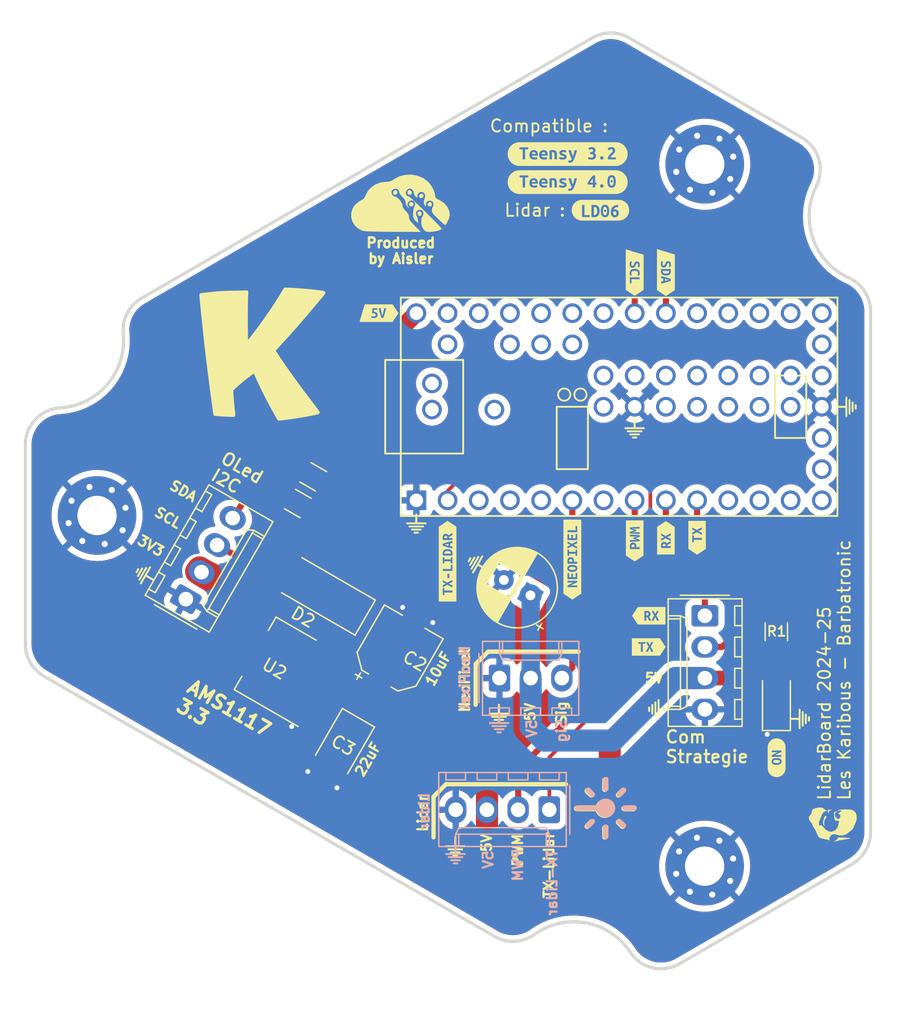
<source format=kicad_pcb>
(kicad_pcb (version 20240108) (generator "pcbnew") (generator_version "8.0")
  (layers (0 "F.Cu" signal) (31 "B.Cu" signal) (34 "B.Paste" user) (35 "F.Paste" user) (36 "B.SilkS" user "B.Silkscreen") (37 "F.SilkS" user "F.Silkscreen") (38 "B.Mask" user) (39 "F.Mask" user) (44 "Edge.Cuts" user))
  (net 0 "")
  (net 1 "+5VP")
  (net 18 "GND")
  (net 24 "Net-(D1-Pad2)")
  (net 25 "TX")
  (net 26 "RX")
  (net 27 "LIDAR_PWM")
  (net 29 "TX-Lidar")
  (net 34 "Neo_Pixel")
  (net 37 "SCL")
  (net 49 "SDA")
  (net 51 "+3V3")
  (footprint "LOGO" (layer "F.Cu") (at 157.48 80.518)
    (property "Reference" "G***" (hide yes))
    (property "Value" "LOGO" (hide yes))
  )
  (footprint "teensy:Teensy30_31_32_All_Pins" (layer "F.Cu") (at 156.21 78.74)
    (property "Reference" "U1" (hide yes))
    (property "Value" "Teensy3.2")
  )
  (footprint "LOGO" (layer "F.Cu") (at 117.602 92.456 -120)
    (property "Reference" "G***" (hide yes))
    (property "Value" "LOGO" (hide yes))
  )
  (footprint "kibuzzard-62EFF766" (layer "F.Cu") (at 158.623 95.758)
    (property "Reference" "kibuzzard-62EFF766" (hide yes))
    (property "Value" "G***" (hide yes))
  )
  (footprint "kibuzzard-62EFF774" (layer "F.Cu") (at 158.623 98.298)
    (property "Reference" "kibuzzard-62EFF774" (hide yes))
    (property "Value" "G***" (hide yes))
  )
  (footprint "LOGO" (layer "F.Cu") (at 146.431 103.759)
    (property "Reference" "G***" (hide yes))
    (property "Value" "LOGO" (hide yes))
  )
  (footprint "kibuzzard-62EFEF6E" (layer "F.Cu") (at 152.019 60.452)
    (property "Reference" "kibuzzard-62EFEF6E" (hide yes))
    (property "Value" "G***" (hide yes))
  )
  (footprint "Resistor_SMD:R_1206_3216Metric_Pad1.30x1.75mm_HandSolder" (layer "F.Cu") (at 169.014557 97.064693 -90)
    (property "Reference" "R1")
    (property "Value" "R_Small")
  )
  (footprint "Connector_Molex:Molex_KK-254_AE-6410-04A_1x04_P2.54mm_Vertical" (layer "F.Cu") (at 163.195 95.758 -90)
    (property "Reference" "J1" (hide yes))
    (property "Value" "Serial_Strategy")
  )
  (footprint "Capacitor_THT:CP_Radial_D6.3mm_P2.50mm" (layer "F.Cu") (at 148.990838 94.094307 150)
    (property "Reference" "C1" (hide yes))
    (property "Value" "C_Polarized_Small")
  )
  (footprint "Capacitor_SMD:CP_Elec_5x5.4" (layer "F.Cu") (at 138.108756 98.642625 60)
    (property "Reference" "C2")
    (property "Value" "10uF")
  )
  (footprint "MountingHole:MountingHole_3.2mm_M3_Pad_Via" (layer "F.Cu") (at 113.691516 87.591497 60)
    (property "Reference" "H2" (hide yes))
    (property "Value" "MountingHole_Pad")
  )
  (footprint "kibuzzard-62EFF3FC" (layer "F.Cu") (at 160.02 67.818 -90)
    (property "Reference" "kibuzzard-62EFF3FC" (hide yes))
    (property "Value" "G***" (hide yes))
  )
  (footprint "kibuzzard-62EFF40D" (layer "F.Cu") (at 157.48 67.818 -90)
    (property "Reference" "kibuzzard-62EFF40D" (hide yes))
    (property "Value" "G***" (hide yes))
  )
  (footprint "LOGO" (layer "F.Cu") (at 159.258 108.966)
    (property "Reference" "G***" (hide yes))
    (property "Value" "LOGO" (hide yes))
  )
  (footprint "MountingHole:MountingHole_3.2mm_M3_Pad_Via" (layer "F.Cu") (at 163.175198 116.144341 60)
    (property "Reference" "H3" (hide yes))
    (property "Value" "MountingHole_Pad")
  )
  (footprint "LOGO" (layer "F.Cu") (at 139.7 88.265)
    (property "Reference" "G***" (hide yes))
    (property "Value" "LOGO" (hide yes))
  )
  (footprint "kibuzzard-62EFF5AD" (layer "F.Cu") (at 152.4 91.186 90)
    (property "Reference" "kibuzzard-62EFF5AD" (hide yes))
    (property "Value" "G***" (hide yes))
  )
  (footprint "LED_SMD:LED_1206_3216Metric_Pad1.42x1.75mm_HandSolder" (layer "F.Cu") (at 169.021231 102.641132 90)
    (property "Reference" "D1" (hide yes))
    (property "Value" "LED_Small")
  )
  (footprint "LOGO" (layer "F.Cu") (at 142.875 114.554)
    (property "Reference" "G***" (hide yes))
    (property "Value" "LOGO" (hide yes))
  )
  (footprint "LOGO" (layer "F.Cu") (at 138.43 62.23)
    (property "Reference" "G***" (hide yes))
    (property "Value" "LOGO" (hide yes))
  )
  (footprint "MountingHole:MountingHole_3.2mm_M3_Pad_Via" (layer "F.Cu") (at 163.185193 58.996642 60)
    (property "Reference" "H1" (hide yes))
    (property "Value" "MountingHole_Pad")
  )
  (footprint "kibuzzard-62EFF5A1" (layer "F.Cu") (at 142.24 91.313 90)
    (property "Reference" "kibuzzard-62EFF5A1" (hide yes))
    (property "Value" "G***" (hide yes))
  )
  (footprint "LOGO" (layer "F.Cu") (at 144.653 91.567 -120)
    (property "Reference" "G***" (hide yes))
    (property "Value" "LOGO" (hide yes))
  )
  (footprint "kibuzzard-62EFF433" (layer "F.Cu") (at 136.652 71.12)
    (property "Reference" "kibuzzard-62EFF433" (hide yes))
    (property "Value" "G***" (hide yes))
  )
  (footprint "LOGO" (layer "F.Cu") (at 159.385 103.378 -90)
    (property "Reference" "G***" (hide yes))
    (property "Value" "LOGO" (hide yes))
  )
  (footprint "Capacitor_Tantalum_SMD:CP_EIA-3528-12_Kemet-T_Pad1.50x2.35mm_HandSolder" (layer "F.Cu") (at 133.663756 106.341591 -120)
    (property "Reference" "C3")
    (property "Value" "22uF")
  )
  (footprint "LOGO" (layer "F.Cu") (at 173.609 112.776 90)
    (property "Reference" "G***" (hide yes))
    (property "Value" "LOGO" (hide yes))
  )
  (footprint "kibuzzard-62EFF6BC" (layer "F.Cu") (at 162.56 89.408 90)
    (property "Reference" "kibuzzard-62EFF6BC" (hide yes))
    (property "Value" "G***" (hide yes))
  )
  (footprint "Package_TO_SOT_SMD:SOT-223-3_TabPin2" (layer "F.Cu") (at 128.220554 99.769495 150)
    (property "Reference" "U2")
    (property "Value" "AMS1117-3.3")
  )
  (footprint "kibuzzard-62EFF540" (layer "F.Cu") (at 169.037 107.315 90)
    (property "Reference" "kibuzzard-62EFF540" (hide yes))
    (property "Value" "G***" (hide yes))
  )
  (footprint "kibuzzard-62EFEFDE" (layer "F.Cu") (at 154.686 62.738)
    (property "Reference" "kibuzzard-62EFEFDE" (hide yes))
    (property "Value" "G***" (hide yes))
  )
  (footprint "kibuzzard-62EFF59A" (layer "F.Cu") (at 157.48 89.662 90)
    (property "Reference" "kibuzzard-62EFF59A" (hide yes))
    (property "Value" "G***" (hide yes))
  )
  (footprint "Diode_SMD:D_SMA_Handsoldering" (layer "F.Cu") (at 131.720554 93.707318 150)
    (property "Reference" "D2")
    (property "Value" "D_Small")
  )
  (footprint "kibuzzard-62EFEF5E" (layer "F.Cu") (at 152.019 58.166)
    (property "Reference" "kibuzzard-62EFEF5E" (hide yes))
    (property "Value" "G***" (hide yes))
  )
  (footprint "Connector_Molex:Molex_KK-254_AE-6410-04A_1x04_P2.54mm_Vertical" (layer "F.Cu") (at 120.926325 94.40347 60)
    (property "Reference" "J4" (hide yes))
    (property "Value" "Oled")
  )
  (footprint "Resistor_SMD:R_1206_3216Metric_Pad1.30x1.75mm_HandSolder" (layer "F.Cu") (at 131.295426 84.443659 150)
    (property "Reference" "R2" (hide yes))
    (property "Value" "R_Small")
  )
  (footprint "kibuzzard-62EFF6AD" (layer "F.Cu") (at 160.02 89.408 90)
    (property "Reference" "kibuzzard-62EFF6AD" (hide yes))
    (property "Value" "G***" (hide yes))
  )
  (footprint "LOGO" (layer "F.Cu") (at 174.752 78.74 90)
    (property "Reference" "G***" (hide yes))
    (property "Value" "LOGO" (hide yes))
  )
  (footprint "LOGO" (layer "F.Cu") (at 170.942 104.14 90)
    (property "Reference" "G***" (hide yes))
    (property "Value" "LOGO" (hide yes))
  )
  (footprint "Resistor_SMD:R_1206_3216Metric_Pad1.30x1.75mm_HandSolder" (layer "F.Cu") (at 130.040426 86.617383 150)
    (property "Reference" "R3" (hide yes))
    (property "Value" "R_Small")
  )
  (footprint "LOGO" (layer "B.Cu") (at 142.875 115.189 180)
    (property "Reference" "G***" (hide yes))
    (property "Value" "LOGO" (hide yes))
  )
  (footprint "LOGO" (layer "B.Cu") (at 146.431 104.521 180)
    (property "Reference" "G***" (hide yes))
    (property "Value" "LOGO" (hide yes))
  )
  (footprint "Connector_Molex:Molex_KK-254_AE-6410-03A_1x03_P2.54mm_Vertical" (layer "B.Cu") (at 146.465336 100.828437)
    (property "Reference" "J3" (hide yes))
    (property "Value" "Conn_01x03")
  )
  (footprint "LOGO" (layer "B.Cu") (at 159.325082 113.889363)
    (property "Reference" "G***" (hide yes))
    (property "Value" "LOGO" (hide yes))
  )
  (footprint "Connector_Molex:Molex_KK-254_AE-6410-04A_1x04_P2.54mm_Vertical" (layer "B.Cu") (at 150.522577 111.550575 180)
    (property "Reference" "J2" (hide yes))
    (property "Value" "Serial_Lidar")
  )
  (gr_poly (pts (xy 128.233299 79.27552) (xy 128.029428 78.912106) (xy 127.825019 78.536845) (xy 127.622746 78.155003) (xy 127.425287 77.771845) (xy 127.235316 77.392637) (xy 127.055512 77.022646) (xy 126.888548 76.667136) (xy 126.737102 76.331374) (xy 126.519354 75.837104) (xy 126.280355 76.003658) (xy 126.11435 76.122077) (xy 125.942976 76.249601) (xy 125.767539 76.385167) (xy 125.589345 76.527714) (xy 125.4097 76.676179) (xy 125.229911 76.8295) (xy 125.051284 76.986614) (xy 124.875124 77.14646) (xy 124.655592 77.34884) (xy 124.66133 77.575788) (xy 124.666967 77.708307) (xy 124.677732 77.881806) (xy 124.71056 78.30395) (xy 124.751645 78.746636) (xy 124.772732 78.945812) (xy 124.792819 79.114278) (xy 124.800257 79.175803) (xy 124.806297 79.233756) (xy 124.81087 79.286829) (xy 124.813908 79.333715) (xy 124.815344 79.373104) (xy 124.81511 79.403689) (xy 124.814346 79.415272) (xy 124.813138 79.424163) (xy 124.81148 79.430198) (xy 124.809361 79.433216) (xy 124.792188 79.435525) (xy 124.752739 79.436262) (xy 124.618377 79.433604) (xy 124.207328 79.415852) (xy 123.758012 79.389317) (xy 123.575816 79.37568) (xy 123.452229 79.363357) (xy 123.291025 79.342393) (xy 123.149734 78.320888) (xy 122.995061 77.170224) (xy 122.83487 75.921161) (xy 122.682 74.676) (xy 122.549292 73.537042) (xy 122.298899 71.150847) (xy 122.193824 70.080052) (xy 122.156156 69.627718) (xy 122.193752 69.620433) (xy 122.290225 69.607122) (xy 122.61091 69.56812) (xy 123.020423 69.522096) (xy 123.420975 69.48044) (xy 123.533608 69.471032) (xy 123.678203 69.461562) (xy 124.039316 69.443463) (xy 124.456391 69.428198) (xy 124.881503 69.417822) (xy 125.883096 69.400253) (xy 125.858595 69.826367) (xy 125.8427 70.593555) (xy 125.840061 71.777756) (xy 125.849312 72.901858) (xy 125.857969 73.292273) (xy 125.869086 73.488747) (xy 125.893312 73.645693) (xy 126.325536 73.089026) (xy 126.684128 72.619926) (xy 127.037778 72.142965) (xy 127.383713 71.662177) (xy 127.719163 71.181596) (xy 128.041353 70.705255) (xy 128.347513 70.237188) (xy 128.63487 69.78143) (xy 128.900652 69.342013) (xy 129.00127 69.171762) (xy 129.179913 69.171762) (xy 129.482632 69.181162) (xy 129.896066 69.206494) (xy 130.872794 69.287747) (xy 131.344949 69.335062) (xy 131.745537 69.381101) (xy 132.028991 69.421561) (xy 132.112551 69.438354) (xy 132.149738 69.45214) (xy 132.152843 69.455132) (xy 132.153518 69.455865) (xy 132.154126 69.456624) (xy 132.154656 69.457427) (xy 132.155094 69.458288) (xy 132.155427 69.459225) (xy 132.155643 69.460253) (xy 132.155729 69.46139) (xy 132.155672 69.462651) (xy 132.155459 69.464052) (xy 132.155078 69.465611) (xy 132.154515 69.467343) (xy 132.153759 69.469265) (xy 132.152795 69.471392) (xy 132.151612 69.473742) (xy 132.150197 69.476331) (xy 132.148536 69.479175) (xy 132.146618 69.482289) (xy 132.144428 69.485692) (xy 132.139186 69.493425) (xy 132.132708 69.502503) (xy 132.12489 69.513059) (xy 132.115632 69.525222) (xy 132.10483 69.539122) (xy 132.092382 69.55489) (xy 132.078187 69.572658) (xy 132.062141 69.592554) (xy 132.044143 69.614711) (xy 132.02409 69.639258) (xy 132.001879 69.666325) (xy 131.950578 69.728546) (xy 131.889422 69.802416) (xy 131.81759 69.88898) (xy 131.638632 70.10437) (xy 130.798909 71.102866) (xy 129.990133 72.040862) (xy 129.233622 72.89396) (xy 128.550698 73.637768) (xy 128.447449 73.748839) (xy 128.355065 73.850314) (xy 128.27463 73.940903) (xy 128.207228 74.019322) (xy 128.153942 74.084281) (xy 128.115856 74.134494) (xy 128.102852 74.153668) (xy 128.094053 74.168673) (xy 128.089597 74.179347) (xy 128.089039 74.18301) (xy 128.089618 74.185531) (xy 128.156574 74.29113) (xy 128.27394 74.469022) (xy 128.607893 74.965062) (xy 128.987474 75.520402) (xy 129.308678 75.981792) (xy 129.742204 76.582149) (xy 130.294097 77.330467) (xy 130.867553 78.096479) (xy 131.365767 78.749921) (xy 131.434303 78.839484) (xy 131.497411 78.923822) (xy 131.55377 79.001035) (xy 131.602057 79.06922) (xy 131.640952 79.126474) (xy 131.669131 79.170897) (xy 131.67879 79.187702) (xy 131.685274 79.200585) (xy 131.688418 79.20931) (xy 131.688686 79.212038) (xy 131.688058 79.213638) (xy 131.672849 79.220307) (xy 131.638772 79.23027) (xy 131.521096 79.258665) (xy 131.349188 79.295986) (xy 131.13721 79.339399) (xy 130.649681 79.433157) (xy 130.40245 79.477831) (xy 130.171787 79.517255) (xy 129.852103 79.566953) (xy 129.481581 79.619314) (xy 129.071248 79.672842) (xy 128.632129 79.726041) (xy 128.498889 79.741603) (xy 128.233299 79.27552)) (stroke (width 0.264582)) (fill solid) (layer "F.SilkS"))
  (gr_line (start 145.542 98.679) (end 152.908 98.679) (stroke (width 0.35)) (layer "F.SilkS"))
  (gr_line (start 141.097 110.49) (end 142.113 109.474) (stroke (width 0.35)) (layer "F.SilkS"))
  (gr_line (start 142.113 109.474) (end 151.892 109.474) (stroke (width 0.35)) (layer "F.SilkS"))
  (gr_line (start 144.526 99.695) (end 145.542 98.679) (stroke (width 0.35)) (layer "F.SilkS"))
  (gr_line (start 144.526 102.997) (end 144.526 99.695) (stroke (width 0.35)) (layer "F.SilkS"))
  (gr_line (start 141.097 113.792) (end 141.097 110.49) (stroke (width 0.35)) (layer "F.SilkS"))
  (gr_line (start 149.786157 121.40039) (end 149.548089 121.545248) (stroke (width 0.249999)) (layer "Edge.Cuts"))
  (gr_line (start 109.961308 78.962527) (end 110.09913 78.923368) (stroke (width 0.249999)) (layer "Edge.Cuts"))
  (gr_line (start 147.503148 122.265351) (end 147.397037 122.261246) (stroke (width 0.249999)) (layer "Edge.Cuts"))
  (gr_line (start 171.955102 57.57742) (end 172.038888 57.690182) (stroke (width 0.249999)) (layer "Edge.Cuts"))
  (gr_line (start 157.202386 123.266341) (end 157.291782 123.382628) (stroke (width 0.249999)) (layer "Edge.Cuts"))
  (gr_line (start 154.566828 48.460537) (end 154.660382 48.430707) (stroke (width 0.249999)) (layer "Edge.Cuts"))
  (gr_line (start 107.908485 81.246922) (end 107.939468 81.107034) (stroke (width 0.249999)) (layer "Edge.Cuts"))
  (gr_line (start 172.585057 59.245503) (end 172.590229 59.385055) (stroke (width 0.249999)) (layer "Edge.Cuts"))
  (gr_line (start 172.390981 60.499174) (end 172.334974 60.634736) (stroke (width 0.249999)) (layer "Edge.Cuts"))
  (gr_line (start 157.804757 123.881262) (end 157.918932 123.964047) (stroke (width 0.249999)) (layer "Edge.Cuts"))
  (gr_line (start 176.688482 70.979661) (end 176.688464 113.373895) (stroke (width 0.249999)) (layer "Edge.Cuts"))
  (gr_line (start 159.621166 124.494801) (end 159.76078 124.491757) (stroke (width 0.249999)) (layer "Edge.Cuts"))
  (gr_line (start 176.378163 114.702636) (end 176.286539 114.873894) (stroke (width 0.249999)) (layer "Edge.Cuts"))
  (gr_line (start 172.371887 58.300839) (end 172.420822 58.430747) (stroke (width 0.249999)) (layer "Edge.Cuts"))
  (gr_line (start 113.281752 77.997395) (end 113.511247 77.844813) (stroke (width 0.249999)) (layer "Edge.Cuts"))
  (gr_line (start 157.587293 123.698586) (end 157.694134 123.792757) (stroke (width 0.249999)) (layer "Edge.Cuts"))
  (gr_line (start 154.024835 48.705457) (end 154.112472 48.656787) (stroke (width 0.249999)) (layer "Edge.Cuts"))
  (gr_line (start 115.676341 74.722186) (end 115.738712 74.454082) (stroke (width 0.249999)) (layer "Edge.Cuts"))
  (gr_line (start 151.057543 120.869402) (end 150.794173 120.949444) (stroke (width 0.249999)) (layer "Edge.Cuts"))
  (gr_line (start 155.718972 48.309821) (end 155.815839 48.317671) (stroke (width 0.249999)) (layer "Edge.Cuts"))
  (gr_line (start 151.32443 120.802669) (end 151.057543 120.869402) (stroke (width 0.249999)) (layer "Edge.Cuts"))
  (gr_line (start 154.754644 48.404017) (end 154.849538 48.380468) (stroke (width 0.249999)) (layer "Edge.Cuts"))
  (gr_line (start 160.317748 124.413625) (end 160.455463 124.37733) (stroke (width 0.249999)) (layer "Edge.Cuts"))
  (gr_line (start 114.712415 76.6949) (end 114.87664 76.469735) (stroke (width 0.249999)) (layer "Edge.Cuts"))
  (gr_line (start 148.344119 122.16357) (end 148.240732 122.189333) (stroke (width 0.249999)) (layer "Edge.Cuts"))
  (gr_line (start 172.105152 65.333613) (end 172.218033 65.588421) (stroke (width 0.249999)) (layer "Edge.Cuts"))
  (gr_line (start 148.446699 122.134097) (end 148.344119 122.16357) (stroke (width 0.249999)) (layer "Edge.Cuts"))
  (gr_line (start 109.318232 79.249088) (end 109.440165 79.18025) (stroke (width 0.249999)) (layer "Edge.Cuts"))
  (gr_line (start 176.495583 69.921007) (end 176.563831 70.123443) (stroke (width 0.249999)) (layer "Edge.Cuts"))
  (gr_line (start 109.826337 79.007967) (end 109.961308 78.962527) (stroke (width 0.249999)) (layer "Edge.Cuts"))
  (gr_line (start 148.943903 121.931255) (end 148.846901 121.979202) (stroke (width 0.249999)) (layer "Edge.Cuts"))
  (gr_line (start 156.575627 48.493516) (end 156.667524 48.529627) (stroke (width 0.249999)) (layer "Edge.Cuts"))
  (gr_line (start 156.21606 122.092754) (end 156.007179 121.912978) (stroke (width 0.249999)) (layer "Edge.Cuts"))
  (gr_line (start 158.157011 124.112236) (end 158.280451 124.177531) (stroke (width 0.249999)) (layer "Edge.Cuts"))
  (gr_line (start 155.524845 48.30354) (end 155.621948 48.30511) (stroke (width 0.249999)) (layer "Edge.Cuts"))
  (gr_line (start 154.944986 48.360058) (end 155.040906 48.342788) (stroke (width 0.249999)) (layer "Edge.Cuts"))
  (gr_line (start 155.040906 48.342788) (end 155.137221 48.328658) (stroke (width 0.249999)) (layer "Edge.Cuts"))
  (gr_line (start 154.591213 121.073008) (end 154.332202 120.975509) (stroke (width 0.249999)) (layer "Edge.Cuts"))
  (gr_line (start 173.140365 66.957) (end 173.3316 67.154765) (stroke (width 0.249999)) (layer "Edge.Cuts"))
  (gr_line (start 110.954675 78.809432) (end 111.23084 78.771906) (stroke (width 0.249999)) (layer "Edge.Cuts"))
  (gr_line (start 172.004889 65.072207) (end 172.105152 65.333613) (stroke (width 0.249999)) (layer "Edge.Cuts"))
  (gr_line (start 113.7332 77.68062) (end 113.947139 77.505052) (stroke (width 0.249999)) (layer "Edge.Cuts"))
  (gr_line (start 115.295603 75.753492) (end 115.410162 75.502838) (stroke (width 0.249999)) (layer "Edge.Cuts"))
  (gr_line (start 156.007179 121.912978) (end 155.789821 121.744085) (stroke (width 0.249999)) (layer "Edge.Cuts"))
  (gr_line (start 150.794173 120.949444) (end 150.534836 121.042678) (stroke (width 0.249999)) (layer "Edge.Cuts"))
  (gr_line (start 176.286539 114.873894) (end 176.184037 115.038872) (stroke (width 0.249999)) (layer "Edge.Cuts"))
  (gr_line (start 112.552731 78.38313) (end 112.802023 78.266789) (stroke (width 0.249999)) (layer "Edge.Cuts"))
  (gr_line (start 147.079868 122.226369) (end 146.974879 122.207205) (stroke (width 0.249999)) (layer "Edge.Cuts"))
  (gr_line (start 148.846901 121.979202) (end 148.748576 122.023466) (stroke (width 0.249999)) (layer "Edge.Cuts"))
  (gr_line (start 146.870427 122.184265) (end 146.766615 122.157541) (stroke (width 0.249999)) (layer "Edge.Cuts"))
  (gr_line (start 108.975086 79.487412) (end 109.08553 79.402842) (stroke (width 0.249999)) (layer "Edge.Cuts"))
  (gr_line (start 160.455463 124.37733) (end 160.592104 124.334219) (stroke (width 0.249999)) (layer "Edge.Cuts"))
  (gr_line (start 175.519412 115.750434) (end 175.358274 115.866255) (stroke (width 0.249999)) (layer "Edge.Cuts"))
  (gr_line (start 172.256146 58.048118) (end 172.316972 58.17322) (stroke (width 0.249999)) (layer "Edge.Cuts"))
  (gr_line (start 172.531073 58.831924) (end 172.555412 58.96871) (stroke (width 0.249999)) (layer "Edge.Cuts"))
  (gr_line (start 148.649032 122.064039) (end 148.548371 122.100918) (stroke (width 0.249999)) (layer "Edge.Cuts"))
  (gr_line (start 152.970845 120.688175) (end 152.693645 120.672646) (stroke (width 0.249999)) (layer "Edge.Cuts"))
  (gr_line (start 158.036425 124.041056) (end 158.157011 124.112236) (stroke (width 0.249999)) (layer "Edge.Cuts"))
  (gr_line (start 176.617696 70.331223) (end 176.656724 70.543649) (stroke (width 0.249999)) (layer "Edge.Cuts"))
  (gr_line (start 114.87664 76.469735) (end 115.028685 76.237443) (stroke (width 0.249999)) (layer "Edge.Cuts"))
  (gr_line (start 175.652744 68.712001) (end 175.809124 68.857555) (stroke (width 0.249999)) (layer "Edge.Cuts"))
  (gr_line (start 108.081994 99.220702) (end 108.01307 99.038523) (stroke (width 0.249999)) (layer "Edge.Cuts"))
  (gr_line (start 115.813592 72.360765) (end 115.831387 72.145511) (stroke (width 0.249999)) (layer "Edge.Cuts"))
  (gr_line (start 157.385886 123.493468) (end 157.484467 123.598805) (stroke (width 0.249999)) (layer "Edge.Cuts"))
  (gr_line (start 155.427741 48.30511) (end 155.524845 48.30354) (stroke (width 0.249999)) (layer "Edge.Cuts"))
  (gr_line (start 171.699031 62.893245) (end 171.688869 63.168158) (stroke (width 0.249999)) (layer "Edge.Cuts"))
  (gr_line (start 154.844379 121.183134) (end 154.591213 121.073008) (stroke (width 0.249999)) (layer "Edge.Cuts"))
  (gr_line (start 115.845814 73.077005) (end 115.825182 72.797797) (stroke (width 0.249999)) (layer "Edge.Cuts"))
  (gr_line (start 175.809124 68.857555) (end 175.95426 69.013322) (stroke (width 0.249999)) (layer "Edge.Cuts"))
  (gr_line (start 157.024855 48.705468) (end 171.090043 56.826009) (stroke (width 0.249999)) (layer "Edge.Cuts"))
  (gr_line (start 115.825183 72.797798) (end 115.811399 72.57844) (stroke (width 0.249999)) (layer "Edge.Cuts"))
  (gr_line (start 172.271827 60.768716) (end 172.152747 61.022107) (stroke (width 0.249999)) (layer "Edge.Cuts"))
  (gr_line (start 150.534836 121.042678) (end 150.280044 121.14899) (stroke (width 0.249999)) (layer "Edge.Cuts"))
  (gr_line (start 176.68047 70.760026) (end 176.688482 70.979661) (stroke (width 0.249999)) (layer "Edge.Cuts"))
  (gr_line (start 147.185295 122.241759) (end 147.079868 122.226369) (stroke (width 0.249999)) (layer "Edge.Cuts"))
  (gr_line (start 172.004889 65.072207) (end 172.004889 65.072207) (stroke (width 0.249999)) (layer "Edge.Cuts"))
  (gr_line (start 171.955122 61.541952) (end 171.876643 61.807356) (stroke (width 0.249999)) (layer "Edge.Cuts"))
  (gr_line (start 108.254053 99.568954) (end 108.162428 99.397694) (stroke (width 0.249999)) (layer "Edge.Cuts"))
  (gr_line (start 155.137221 48.328658) (end 155.23385 48.31767) (stroke (width 0.249999)) (layer "Edge.Cuts"))
  (gr_line (start 107.91101 98.660789) (end 107.878503 98.466328) (stroke (width 0.249999)) (layer "Edge.Cuts"))
  (gr_line (start 147.397037 122.261246) (end 147.291052 122.253384) (stroke (width 0.249999)) (layer "Edge.Cuts"))
  (gr_line (start 171.876643 61.807356) (end 171.811761 62.075713) (stroke (width 0.249999)) (layer "Edge.Cuts"))
  (gr_line (start 112.29778 78.486923) (end 112.552731 78.38313) (stroke (width 0.249999)) (layer "Edge.Cuts"))
  (gr_line (start 171.918035 64.806059) (end 172.004889 65.072207) (stroke (width 0.249999)) (layer "Edge.Cuts"))
  (gr_line (start 172.420822 58.430747) (end 172.463711 58.562715) (stroke (width 0.249999)) (layer "Edge.Cuts"))
  (gr_line (start 176.317722 69.534946) (end 176.413396 69.72461) (stroke (width 0.249999)) (layer "Edge.Cuts"))
  (gr_line (start 116.631203 70.438647) (end 116.784213 70.288104) (stroke (width 0.249999)) (layer "Edge.Cuts"))
  (gr_line (start 147.291052 122.253384) (end 147.185295 122.241759) (stroke (width 0.249999)) (layer "Edge.Cuts"))
  (gr_line (start 171.786164 64.2658) (end 171.845137 64.537082) (stroke (width 0.249999)) (layer "Edge.Cuts"))
  (gr_line (start 146.766615 122.157541) (end 146.663548 122.127031) (stroke (width 0.249999)) (layer "Edge.Cuts"))
  (gr_line (start 176.629577 113.965733) (end 176.584618 114.156646) (stroke (width 0.249999)) (layer "Edge.Cuts"))
  (gr_line (start 115.811399 72.57844) (end 115.813592 72.360765) (stroke (width 0.249999)) (layer "Edge.Cuts"))
  (gr_line (start 156.958022 122.914847) (end 156.787443 122.694457) (stroke (width 0.249999)) (layer "Edge.Cuts"))
  (gr_line (start 172.480229 66.076693) (end 172.628829 66.30938) (stroke (width 0.249999)) (layer "Edge.Cuts"))
  (gr_line (start 172.628829 66.30938) (end 172.788623 66.533919) (stroke (width 0.249999)) (layer "Edge.Cuts"))
  (gr_line (start 172.573428 59.106645) (end 172.585057 59.245503) (stroke (width 0.249999)) (layer "Edge.Cuts"))
  (gr_line (start 115.844554 73.633137) (end 115.852219 73.355619) (stroke (width 0.249999)) (layer "Edge.Cuts"))
  (gr_line (start 150.030314 121.268266) (end 149.786157 121.40039) (stroke (width 0.249999)) (layer "Edge.Cuts"))
  (gr_line (start 147.821195 122.255178) (end 147.71533 122.262312) (stroke (width 0.249999)) (layer "Edge.Cuts"))
  (gr_line (start 172.544988 59.945661) (end 172.516854 60.085274) (stroke (width 0.249999)) (layer "Edge.Cuts"))
  (gr_line (start 153.247962 120.717815) (end 152.970845 120.688175) (stroke (width 0.249999)) (layer "Edge.Cuts"))
  (gr_line (start 154.067785 120.890928) (end 153.7984 120.819555) (stroke (width 0.249999)) (layer "Edge.Cuts"))
  (gr_line (start 116.244606 70.946045) (end 116.361021 70.768355) (stroke (width 0.249999)) (layer "Edge.Cuts"))
  (gr_line (start 171.845137 64.537082) (end 171.918035 64.806059) (stroke (width 0.249999)) (layer "Edge.Cuts"))
  (gr_line (start 114.152594 77.318342) (end 114.349094 77.120726) (stroke (width 0.249999)) (layer "Edge.Cuts"))
  (gr_line (start 172.580931 59.665335) (end 172.566325 59.805606) (stroke (width 0.249999)) (layer "Edge.Cuts"))
  (gr_line (start 171.76051 62.346497) (end 171.722923 62.619183) (stroke (width 0.249999)) (layer "Edge.Cuts"))
  (gr_line (start 158.932432 124.413824) (end 159.068163 124.442664) (stroke (width 0.249999)) (layer "Edge.Cuts"))
  (gr_line (start 174.923774 68.245837) (end 175.120637 68.343578) (stroke (width 0.249999)) (layer "Edge.Cuts"))
  (gr_line (start 175.947665 115.347802) (end 175.814424 115.490661) (stroke (width 0.249999)) (layer "Edge.Cuts"))
  (gr_line (start 115.410162 75.502838) (end 115.511908 75.247067) (stroke (width 0.249999)) (layer "Edge.Cuts"))
  (gr_line (start 155.564423 121.586362) (end 155.331423 121.440101) (stroke (width 0.249999)) (layer "Edge.Cuts"))
  (gr_line (start 109.565603 79.117003) (end 109.694381 79.059517) (stroke (width 0.249999)) (layer "Edge.Cuts"))
  (gr_line (start 171.865747 57.468313) (end 171.955102 57.57742) (stroke (width 0.249999)) (layer "Edge.Cuts"))
  (gr_line (start 171.722923 62.619183) (end 171.699031 62.893245) (stroke (width 0.249999)) (layer "Edge.Cuts"))
  (gr_line (start 160.040023 124.465992) (end 160.179191 124.443161) (stroke (width 0.249999)) (layer "Edge.Cuts"))
  (gr_line (start 172.959254 66.749921) (end 173.140365 66.957) (stroke (width 0.249999)) (layer "Edge.Cuts"))
  (gr_line (start 172.516854 60.085274) (end 172.481854 60.224216) (stroke (width 0.249999)) (layer "Edge.Cuts"))
  (gr_line (start 107.855806 81.679722) (end 107.866493 81.53344) (stroke (width 0.249999)) (layer "Edge.Cuts"))
  (gr_line (start 154.291217 48.568866) (end 154.382166 48.529617) (stroke (width 0.249999)) (layer "Edge.Cuts"))
  (gr_line (start 108.32749 80.20687) (end 108.405415 80.091642) (stroke (width 0.249999)) (layer "Edge.Cuts"))
  (gr_line (start 153.7984 120.819555) (end 153.524487 120.761682) (stroke (width 0.249999)) (layer "Edge.Cuts"))
  (gr_line (start 158.534982 124.290249) (end 158.665609 124.337563) (stroke (width 0.249999)) (layer "Edge.Cuts"))
  (gr_line (start 149.225939 121.765356) (end 149.133525 121.824326) (stroke (width 0.249999)) (layer "Edge.Cuts"))
  (gr_line (start 172.316972 58.17322) (end 172.371887 58.300839) (stroke (width 0.249999)) (layer "Edge.Cuts"))
  (gr_line (start 109.35214 100.667036) (end 109.182331 100.56132) (stroke (width 0.249999)) (layer "Edge.Cuts"))
  (gr_line (start 108.126147 80.573985) (end 108.187692 80.448213) (stroke (width 0.249999)) (layer "Edge.Cuts"))
  (gr_line (start 171.090043 56.826009) (end 171.216475 56.903161) (stroke (width 0.249999)) (layer "Edge.Cuts"))
  (gr_line (start 108.726176 100.185723) (end 108.592933 100.042864) (stroke (width 0.249999)) (layer "Edge.Cuts"))
  (gr_line (start 114.536166 76.912437) (end 114.536166 76.912437) (stroke (width 0.249999)) (layer "Edge.Cuts"))
  (gr_line (start 156.93722 48.656799) (end 157.024857 48.70547) (stroke (width 0.249999)) (layer "Edge.Cuts"))
  (gr_line (start 156.848399 48.611269) (end 156.93722 48.656799) (stroke (width 0.249999)) (layer "Edge.Cuts"))
  (gr_line (start 174.19065 67.84496) (end 174.427158 67.990352) (stroke (width 0.249999)) (layer "Edge.Cuts"))
  (gr_line (start 176.184037 115.038872) (end 176.070975 115.197024) (stroke (width 0.249999)) (layer "Edge.Cuts"))
  (gr_line (start 146.260805 121.967007) (end 146.163016 121.91748) (stroke (width 0.249999)) (layer "Edge.Cuts"))
  (gr_line (start 172.481854 60.224216) (end 172.43992 60.362258) (stroke (width 0.249999)) (layer "Edge.Cuts"))
  (gr_line (start 108.356557 99.733932) (end 108.254053 99.568954) (stroke (width 0.249999)) (layer "Edge.Cuts"))
  (gr_line (start 110.09913 78.923368) (end 110.239643 78.890662) (stroke (width 0.249999)) (layer "Edge.Cuts"))
  (gr_line (start 172.334974 60.634736) (end 172.271827 60.768716) (stroke (width 0.249999)) (layer "Edge.Cuts"))
  (gr_line (start 173.3316 67.154765) (end 173.532602 67.342833) (stroke (width 0.249999)) (layer "Edge.Cuts"))
  (gr_line (start 108.187692 80.448213) (end 108.254861 80.325785) (stroke (width 0.249999)) (layer "Edge.Cuts"))
  (gr_line (start 152.14106 120.683467) (end 151.866703 120.709587) (stroke (width 0.249999)) (layer "Edge.Cuts"))
  (gr_line (start 108.766833 79.671074) (end 108.8688 79.57688) (stroke (width 0.249999)) (layer "Edge.Cuts"))
  (gr_line (start 111.772796 78.655921) (end 112.037646 78.577931) (stroke (width 0.249999)) (layer "Edge.Cuts"))
  (gr_line (start 171.688869 63.168158) (end 171.692469 63.443395) (stroke (width 0.249999)) (layer "Edge.Cuts"))
  (gr_line (start 109.182331 100.56132) (end 109.021189 100.445499) (stroke (width 0.249999)) (layer "Edge.Cuts"))
  (gr_line (start 176.688464 113.373895) (end 176.681816 113.573811) (stroke (width 0.249999)) (layer "Edge.Cuts"))
  (gr_line (start 171.692469 63.443395) (end 171.709863 63.718432) (stroke (width 0.249999)) (layer "Edge.Cuts"))
  (gr_line (start 109.021189 100.445499) (end 108.869034 100.320118) (stroke (width 0.249999)) (layer "Edge.Cuts"))
  (gr_line (start 176.087705 69.178607) (end 176.209009 69.352714) (stroke (width 0.249999)) (layer "Edge.Cuts"))
  (gr_line (start 148.548371 122.100918) (end 148.446699 122.134097) (stroke (width 0.249999)) (layer "Edge.Cuts"))
  (gr_line (start 109.694381 79.059517) (end 109.826337 79.007967) (stroke (width 0.249999)) (layer "Edge.Cuts"))
  (gr_line (start 108.405415 80.091642) (end 108.488474 79.980278) (stroke (width 0.249999)) (layer "Edge.Cuts"))
  (gr_line (start 112.037646 78.577931) (end 112.29778 78.486923) (stroke (width 0.249999)) (layer "Edge.Cuts"))
  (gr_line (start 156.667524 48.529627) (end 156.758474 48.568878) (stroke (width 0.249999)) (layer "Edge.Cuts"))
  (gr_line (start 152.693645 120.672646) (end 152.416878 120.671116) (stroke (width 0.249999)) (layer "Edge.Cuts"))
  (gr_line (start 172.588877 59.525075) (end 172.580931 59.665335) (stroke (width 0.249999)) (layer "Edge.Cuts"))
  (gr_line (start 117.124181 70.019322) (end 117.310382 69.902557) (stroke (width 0.249999)) (layer "Edge.Cuts"))
  (gr_line (start 114.536166 76.912437) (end 114.712415 76.6949) (stroke (width 0.249999)) (layer "Edge.Cuts"))
  (gr_line (start 154.332202 120.975509) (end 154.067785 120.890928) (stroke (width 0.249999)) (layer "Edge.Cuts"))
  (gr_line (start 171.811761 62.075713) (end 171.76051 62.346497) (stroke (width 0.249999)) (layer "Edge.Cuts"))
  (gr_line (start 159.76078 124.491757) (end 159.900476 124.482172) (stroke (width 0.249999)) (layer "Edge.Cuts"))
  (gr_line (start 174.427158 67.990352) (end 174.671652 68.124107) (stroke (width 0.249999)) (layer "Edge.Cuts"))
  (gr_line (start 172.152747 61.022107) (end 172.047169 61.280027) (stroke (width 0.249999)) (layer "Edge.Cuts"))
  (gr_line (start 172.463711 58.562715) (end 172.500483 58.696517) (stroke (width 0.249999)) (layer "Edge.Cuts"))
  (gr_line (start 115.028685 76.237443) (end 115.168392 75.998528) (stroke (width 0.249999)) (layer "Edge.Cuts"))
  (gr_line (start 107.884106 81.389115) (end 107.908485 81.246922) (stroke (width 0.249999)) (layer "Edge.Cuts"))
  (gr_line (start 149.039478 121.879628) (end 148.943903 121.931255) (stroke (width 0.249999)) (layer "Edge.Cuts"))
  (gr_line (start 115.912267 71.725206) (end 115.974597 71.52163) (stroke (width 0.249999)) (layer "Edge.Cuts"))
  (gr_line (start 116.490013 70.598975) (end 116.631203 70.438647) (stroke (width 0.249999)) (layer "Edge.Cuts"))
  (gr_line (start 146.163016 121.91748) (end 146.066591 121.864135) (stroke (width 0.249999)) (layer "Edge.Cuts"))
  (gr_line (start 156.200151 48.380475) (end 156.295045 48.404025) (stroke (width 0.249999)) (layer "Edge.Cuts"))
  (gr_line (start 110.382679 78.864584) (end 110.52808 78.845306) (stroke (width 0.249999)) (layer "Edge.Cuts"))
  (gr_line (start 155.091263 121.305595) (end 154.844379 121.183134) (stroke (width 0.249999)) (layer "Edge.Cuts"))
  (gr_line (start 109.199966 79.323343) (end 109.318232 79.249088) (stroke (width 0.249999)) (layer "Edge.Cuts"))
  (gr_line (start 153.524487 120.761682) (end 153.524487 120.761682) (stroke (width 0.249999)) (layer "Edge.Cuts"))
  (gr_line (start 156.606631 122.483784) (end 156.416022 122.28312) (stroke (width 0.249999)) (layer "Edge.Cuts"))
  (gr_line (start 108.869034 100.320118) (end 108.726176 100.185723) (stroke (width 0.249999)) (layer "Edge.Cuts"))
  (gr_line (start 117.310382 69.902557) (end 154.024835 48.705457) (stroke (width 0.249999)) (layer "Edge.Cuts"))
  (gr_line (start 148.031954 122.229707) (end 147.92677 122.244308) (stroke (width 0.249999)) (layer "Edge.Cuts"))
  (gr_line (start 107.858769 98.268866) (end 107.85212 98.068949) (stroke (width 0.249999)) (layer "Edge.Cuts"))
  (gr_line (start 113.947139 77.505052) (end 114.152594 77.318342) (stroke (width 0.249999)) (layer "Edge.Cuts"))
  (gr_line (start 146.974879 122.207205) (end 146.870427 122.184265) (stroke (width 0.249999)) (layer "Edge.Cuts"))
  (gr_line (start 116.361021 70.768355) (end 116.490013 70.598975) (stroke (width 0.249999)) (layer "Edge.Cuts"))
  (gr_line (start 108.8688 79.57688) (end 108.975086 79.487412) (stroke (width 0.249999)) (layer "Edge.Cuts"))
  (gr_line (start 107.95597 98.851703) (end 107.91101 98.660789) (stroke (width 0.249999)) (layer "Edge.Cuts"))
  (gr_line (start 108.162428 99.397694) (end 108.081994 99.220702) (stroke (width 0.249999)) (layer "Edge.Cuts"))
  (gr_line (start 157.918932 123.964047) (end 158.036425 124.041056) (stroke (width 0.249999)) (layer "Edge.Cuts"))
  (gr_line (start 159.068163 124.442664) (end 159.205132 124.465236) (stroke (width 0.249999)) (layer "Edge.Cuts"))
  (gr_line (start 173.743017 67.520813) (end 173.962484 67.688317) (stroke (width 0.249999)) (layer "Edge.Cuts"))
  (gr_line (start 176.209009 69.352714) (end 176.317722 69.534946) (stroke (width 0.249999)) (layer "Edge.Cuts"))
  (gr_line (start 176.662082 113.771272) (end 176.629577 113.965733) (stroke (width 0.249999)) (layer "Edge.Cuts"))
  (gr_line (start 172.189478 57.925758) (end 172.256146 58.048118) (stroke (width 0.249999)) (layer "Edge.Cuts"))
  (gr_line (start 171.670599 57.261972) (end 171.77089 57.363088) (stroke (width 0.249999)) (layer "Edge.Cuts"))
  (gr_line (start 149.316617 121.702722) (end 149.225939 121.765356) (stroke (width 0.249999)) (layer "Edge.Cuts"))
  (gr_line (start 175.358274 115.866255) (end 175.188464 115.971971) (stroke (width 0.249999)) (layer "Edge.Cuts"))
  (gr_line (start 154.201292 48.611256) (end 154.291217 48.568866) (stroke (width 0.249999)) (layer "Edge.Cuts"))
  (gr_line (start 155.789821 121.744085) (end 155.564423 121.586362) (stroke (width 0.249999)) (layer "Edge.Cuts"))
  (gr_line (start 172.500483 58.696517) (end 172.531073 58.831924) (stroke (width 0.249999)) (layer "Edge.Cuts"))
  (gr_line (start 113.511247 77.844813) (end 113.7332 77.68062) (stroke (width 0.249999)) (layer "Edge.Cuts"))
  (gr_line (start 148.748576 122.023466) (end 148.649032 122.064039) (stroke (width 0.249999)) (layer "Edge.Cuts"))
  (gr_line (start 107.852118 98.068948) (end 107.852211 81.827793) (stroke (width 0.249999)) (layer "Edge.Cuts"))
  (gr_line (start 150.280044 121.14899) (end 150.030314 121.268266) (stroke (width 0.249999)) (layer "Edge.Cuts"))
  (gr_line (start 154.382166 48.529617) (end 154.474064 48.493507) (stroke (width 0.249999)) (layer "Edge.Cuts"))
  (gr_line (start 176.681816 113.573811) (end 176.662082 113.771272) (stroke (width 0.249999)) (layer "Edge.Cuts"))
  (gr_line (start 116.141144 71.131312) (end 116.244606 70.946045) (stroke (width 0.249999)) (layer "Edge.Cuts"))
  (gr_line (start 172.555412 58.96871) (end 172.573428 59.106645) (stroke (width 0.249999)) (layer "Edge.Cuts"))
  (gr_line (start 109.08553 79.402842) (end 109.199966 79.323343) (stroke (width 0.249999)) (layer "Edge.Cuts"))
  (gr_line (start 158.665609 124.337563) (end 158.79817 124.378772) (stroke (width 0.249999)) (layer "Edge.Cuts"))
  (gr_line (start 152.416878 120.671116) (end 152.14106 120.683467) (stroke (width 0.249999)) (layer "Edge.Cuts"))
  (gr_line (start 149.548089 121.545248) (end 149.316623 121.702725) (stroke (width 0.249999)) (layer "Edge.Cuts"))
  (gr_line (start 176.656724 70.543649) (end 176.68047 70.760026) (stroke (width 0.249999)) (layer "Edge.Cuts"))
  (gr_line (start 108.576507 79.872946) (end 108.669347 79.76982) (stroke (width 0.249999)) (layer "Edge.Cuts"))
  (gr_line (start 112.802023 78.266789) (end 113.045188 78.138131) (stroke (width 0.249999)) (layer "Edge.Cuts"))
  (gr_line (start 108.488474 79.980278) (end 108.576507 79.872946) (stroke (width 0.249999)) (layer "Edge.Cuts"))
  (gr_line (start 155.330717 48.30982) (end 155.427741 48.30511) (stroke (width 0.249999)) (layer "Edge.Cuts"))
  (gr_line (start 156.389308 48.430715) (end 156.482862 48.460545) (stroke (width 0.249999)) (layer "Edge.Cuts"))
  (gr_line (start 158.280451 124.177531) (end 158.40652 124.236886) (stroke (width 0.249999)) (layer "Edge.Cuts"))
  (gr_line (start 172.218033 65.588421) (end 172.343178 65.836244) (stroke (width 0.249999)) (layer "Edge.Cuts"))
  (gr_line (start 175.814424 115.490661) (end 175.671568 115.625053) (stroke (width 0.249999)) (layer "Edge.Cuts"))
  (gr_line (start 115.738712 74.454082) (end 115.787643 74.18287) (stroke (width 0.249999)) (layer "Edge.Cuts"))
  (gr_line (start 176.458595 114.525645) (end 176.378163 114.702636) (stroke (width 0.249999)) (layer "Edge.Cuts"))
  (gr_line (start 172.343178 65.836244) (end 172.480229 66.076693) (stroke (width 0.249999)) (layer "Edge.Cuts"))
  (gr_line (start 171.337815 56.98556) (end 171.453995 57.072982) (stroke (width 0.249999)) (layer "Edge.Cuts"))
  (gr_line (start 107.878503 98.466328) (end 107.858769 98.268866) (stroke (width 0.249999)) (layer "Edge.Cuts"))
  (gr_line (start 155.91247 48.328663) (end 156.008783 48.342793) (stroke (width 0.249999)) (layer "Edge.Cuts"))
  (gr_line (start 115.600688 74.986682) (end 115.676341 74.722186) (stroke (width 0.249999)) (layer "Edge.Cuts"))
  (gr_line (start 154.849538 48.380468) (end 154.944986 48.360058) (stroke (width 0.249999)) (layer "Edge.Cuts"))
  (gr_line (start 110.52808 78.845306) (end 110.675679 78.833) (stroke (width 0.249999)) (layer "Edge.Cuts"))
  (gr_line (start 172.117036 57.806372) (end 172.189478 57.925758) (stroke (width 0.249999)) (layer "Edge.Cuts"))
  (gr_line (start 156.104704 48.360064) (end 156.200151 48.380475) (stroke (width 0.249999)) (layer "Edge.Cuts"))
  (gr_line (start 107.976887 80.969622) (end 108.020581 80.834863) (stroke (width 0.249999)) (layer "Edge.Cuts"))
  (gr_line (start 147.71533 122.262312) (end 147.609281 122.265706) (stroke (width 0.249999)) (layer "Edge.Cuts"))
  (gr_line (start 115.864405 71.933412) (end 115.912267 71.725206) (stroke (width 0.249999)) (layer "Edge.Cuts"))
  (gr_line (start 159.343111 124.481487) (end 159.481867 124.49136) (stroke (width 0.249999)) (layer "Edge.Cuts"))
  (gr_line (start 107.852211 81.827793) (end 107.855806 81.679722) (stroke (width 0.249999)) (layer "Edge.Cuts"))
  (gr_line (start 157.117928 123.144663) (end 157.202386 123.266341) (stroke (width 0.249999)) (layer "Edge.Cuts"))
  (gr_line (start 147.609281 122.265706) (end 147.503148 122.265351) (stroke (width 0.249999)) (layer "Edge.Cuts"))
  (gr_line (start 172.43992 60.362258) (end 172.390981 60.499174) (stroke (width 0.249999)) (layer "Edge.Cuts"))
  (gr_line (start 108.07039 80.702926) (end 108.126147 80.573985) (stroke (width 0.249999)) (layer "Edge.Cuts"))
  (gr_line (start 175.120637 68.343578) (end 175.308052 68.454317) (stroke (width 0.249999)) (layer "Edge.Cuts"))
  (gr_line (start 154.660382 48.430707) (end 154.754644 48.404017) (stroke (width 0.249999)) (layer "Edge.Cuts"))
  (gr_line (start 172.047169 61.280027) (end 171.955122 61.541952) (stroke (width 0.249999)) (layer "Edge.Cuts"))
  (gr_line (start 115.974597 71.52163) (end 116.051015 71.32342) (stroke (width 0.249999)) (layer "Edge.Cuts"))
  (gr_line (start 157.291782 123.382628) (end 157.385886 123.493468) (stroke (width 0.249999)) (layer "Edge.Cuts"))
  (gr_line (start 156.008783 48.342793) (end 156.104704 48.360064) (stroke (width 0.249999)) (layer "Edge.Cuts"))
  (gr_line (start 176.563831 70.123443) (end 176.617696 70.331223) (stroke (width 0.249999)) (layer "Edge.Cuts"))
  (gr_line (start 171.709863 63.718432) (end 171.741084 63.992742) (stroke (width 0.249999)) (layer "Edge.Cuts"))
  (gr_line (start 108.469622 99.892085) (end 108.356557 99.733932) (stroke (width 0.249999)) (layer "Edge.Cuts"))
  (gr_line (start 153.524487 120.761682) (end 153.247962 120.717815) (stroke (width 0.249999)) (layer "Edge.Cuts"))
  (gr_line (start 109.440165 79.18025) (end 109.565603 79.117003) (stroke (width 0.249999)) (layer "Edge.Cuts"))
  (gr_line (start 176.527519 114.343466) (end 176.458595 114.525645) (stroke (width 0.249999)) (layer "Edge.Cuts"))
  (gr_line (start 148.136642 122.21138) (end 148.031954 122.229707) (stroke (width 0.249999)) (layer "Edge.Cuts"))
  (gr_line (start 114.349094 77.120726) (end 114.536166 76.912437) (stroke (width 0.249999)) (layer "Edge.Cuts"))
  (gr_line (start 146.561331 122.092726) (end 146.460066 122.054625) (stroke (width 0.249999)) (layer "Edge.Cuts"))
  (gr_line (start 155.23385 48.31767) (end 155.330717 48.30982) (stroke (width 0.249999)) (layer "Edge.Cuts"))
  (gr_line (start 159.205132 124.465236) (end 159.343111 124.481487) (stroke (width 0.249999)) (layer "Edge.Cuts"))
  (gr_line (start 171.216475 56.903161) (end 171.337815 56.98556) (stroke (width 0.249999)) (layer "Edge.Cuts"))
  (gr_line (start 110.67568 78.832999) (end 110.954675 78.809432) (stroke (width 0.249999)) (layer "Edge.Cuts"))
  (gr_line (start 175.308052 68.454317) (end 175.485571 68.577357) (stroke (width 0.249999)) (layer "Edge.Cuts"))
  (gr_line (start 115.822976 73.909054) (end 115.844554 73.633137) (stroke (width 0.249999)) (layer "Edge.Cuts"))
  (gr_line (start 155.621948 48.30511) (end 155.718972 48.309821) (stroke (width 0.249999)) (layer "Edge.Cuts"))
  (gr_line (start 157.484467 123.598805) (end 157.587293 123.698586) (stroke (width 0.249999)) (layer "Edge.Cuts"))
  (gr_line (start 158.40652 124.236886) (end 158.534982 124.290249) (stroke (width 0.249999)) (layer "Edge.Cuts"))
  (gr_line (start 156.416022 122.28312) (end 156.21606 122.092754) (stroke (width 0.249999)) (layer "Edge.Cuts"))
  (gr_line (start 110.239643 78.890662) (end 110.382679 78.864584) (stroke (width 0.249999)) (layer "Edge.Cuts"))
  (gr_line (start 116.784213 70.288104) (end 116.948665 70.148083) (stroke (width 0.249999)) (layer "Edge.Cuts"))
  (gr_line (start 161.123307 124.092541) (end 175.188464 115.971971) (stroke (width 0.249999)) (layer "Edge.Cuts"))
  (gr_line (start 115.168392 75.998528) (end 115.295603 75.753492) (stroke (width 0.249999)) (layer "Edge.Cuts"))
  (gr_line (start 154.112472 48.656787) (end 154.201292 48.611256) (stroke (width 0.249999)) (layer "Edge.Cuts"))
  (gr_line (start 156.787443 122.694457) (end 156.606631 122.483784) (stroke (width 0.249999)) (layer "Edge.Cuts"))
  (gr_line (start 108.669347 79.76982) (end 108.766833 79.671074) (stroke (width 0.249999)) (layer "Edge.Cuts"))
  (gr_line (start 172.038888 57.690182) (end 172.117036 57.806372) (stroke (width 0.249999)) (layer "Edge.Cuts"))
  (gr_line (start 108.01307 99.038523) (end 107.95597 98.851703) (stroke (width 0.249999)) (layer "Edge.Cuts"))
  (gr_line (start 159.481867 124.49136) (end 159.621166 124.494801) (stroke (width 0.249999)) (layer "Edge.Cuts"))
  (gr_line (start 113.045188 78.138131) (end 113.281752 77.997395) (stroke (width 0.249999)) (layer "Edge.Cuts"))
  (gr_line (start 157.117928 123.144663) (end 156.958022 122.914847) (stroke (width 0.249999)) (layer "Edge.Cuts"))
  (gr_line (start 160.592104 124.334219) (end 160.72744 124.28424) (stroke (width 0.249999)) (layer "Edge.Cuts"))
  (gr_line (start 158.79817 124.378772) (end 158.932432 124.413824) (stroke (width 0.249999)) (layer "Edge.Cuts"))
  (gr_line (start 111.23084 78.771906) (end 111.503703 78.720657) (stroke (width 0.249999)) (layer "Edge.Cuts"))
  (gr_line (start 172.590229 59.385055) (end 172.588877 59.525075) (stroke (width 0.249999)) (layer "Edge.Cuts"))
  (gr_line (start 116.051015 71.32342) (end 116.141144 71.131312) (stroke (width 0.249999)) (layer "Edge.Cuts"))
  (gr_line (start 171.77089 57.363088) (end 171.865747 57.468313) (stroke (width 0.249999)) (layer "Edge.Cuts"))
  (gr_line (start 156.295045 48.404025) (end 156.389308 48.430715) (stroke (width 0.249999)) (layer "Edge.Cuts"))
  (gr_line (start 147.92677 122.244308) (end 147.821195 122.255178) (stroke (width 0.249999)) (layer "Edge.Cuts"))
  (gr_line (start 146.066591 121.864135) (end 109.35214 100.667036) (stroke (width 0.249999)) (layer "Edge.Cuts"))
  (gr_line (start 175.95426 69.013322) (end 176.087705 69.178607) (stroke (width 0.249999)) (layer "Edge.Cuts"))
  (gr_line (start 108.020581 80.834863) (end 108.07039 80.702926) (stroke (width 0.249999)) (layer "Edge.Cuts"))
  (gr_line (start 172.788623 66.533919) (end 172.959254 66.749921) (stroke (width 0.249999)) (layer "Edge.Cuts"))
  (gr_line (start 108.592933 100.042864) (end 108.469622 99.892085) (stroke (width 0.249999)) (layer "Edge.Cuts"))
  (gr_line (start 176.584618 114.156646) (end 176.527519 114.343466) (stroke (width 0.249999)) (layer "Edge.Cuts"))
  (gr_line (start 175.485571 68.577357) (end 175.652744 68.712001) (stroke (width 0.249999)) (layer "Edge.Cuts"))
  (gr_line (start 111.503703 78.720657) (end 111.772796 78.655921) (stroke (width 0.249999)) (layer "Edge.Cuts"))
  (gr_line (start 155.331423 121.440101) (end 155.091263 121.305595) (stroke (width 0.249999)) (layer "Edge.Cuts"))
  (gr_line (start 155.815839 48.317671) (end 155.91247 48.328663) (stroke (width 0.249999)) (layer "Edge.Cuts"))
  (gr_line (start 156.758474 48.568878) (end 156.848399 48.611269) (stroke (width 0.249999)) (layer "Edge.Cuts"))
  (gr_line (start 175.671568 115.625053) (end 175.519412 115.750434) (stroke (width 0.249999)) (layer "Edge.Cuts"))
  (gr_line (start 107.866493 81.53344) (end 107.884106 81.389115) (stroke (width 0.249999)) (layer "Edge.Cuts"))
  (gr_line (start 173.962484 67.688317) (end 174.19065 67.84496) (stroke (width 0.249999)) (layer "Edge.Cuts"))
  (gr_line (start 108.254861 80.325785) (end 108.32749 80.20687) (stroke (width 0.249999)) (layer "Edge.Cuts"))
  (gr_line (start 160.993272 124.163458) (end 161.123305 124.092544) (stroke (width 0.249999)) (layer "Edge.Cuts"))
  (gr_line (start 116.948665 70.148083) (end 117.124181 70.019322) (stroke (width 0.249999)) (layer "Edge.Cuts"))
  (gr_line (start 172.566325 59.805606) (end 172.544988 59.945661) (stroke (width 0.249999)) (layer "Edge.Cuts"))
  (gr_line (start 146.460066 122.054625) (end 146.359856 122.012719) (stroke (width 0.249999)) (layer "Edge.Cuts"))
  (gr_line (start 115.852219 73.355619) (end 115.845814 73.077005) (stroke (width 0.249999)) (layer "Edge.Cuts"))
  (gr_line (start 160.86124 124.227338) (end 160.993272 124.163458) (stroke (width 0.249999)) (layer "Edge.Cuts"))
  (gr_line (start 146.663548 122.127031) (end 146.561331 122.092726) (stroke (width 0.249999)) (layer "Edge.Cuts"))
  (gr_line (start 157.694134 123.792757) (end 157.804757 123.881262) (stroke (width 0.249999)) (layer "Edge.Cuts"))
  (gr_line (start 171.741084 63.992742) (end 171.786164 64.2658) (stroke (width 0.249999)) (layer "Edge.Cuts"))
  (gr_line (start 159.900476 124.482172) (end 160.040023 124.465992) (stroke (width 0.249999)) (layer "Edge.Cuts"))
  (gr_line (start 115.511908 75.247067) (end 115.600688 74.986682) (stroke (width 0.249999)) (layer "Edge.Cuts"))
  (gr_line (start 115.831387 72.145511) (end 115.864405 71.933412) (stroke (width 0.249999)) (layer "Edge.Cuts"))
  (gr_line (start 173.532602 67.342833) (end 173.743017 67.520813) (stroke (width 0.249999)) (layer "Edge.Cuts"))
  (gr_line (start 171.564946 57.165194) (end 171.670599 57.261972) (stroke (width 0.249999)) (layer "Edge.Cuts"))
  (gr_line (start 154.474064 48.493507) (end 154.566828 48.460537) (stroke (width 0.249999)) (layer "Edge.Cuts"))
  (gr_line (start 156.482862 48.460545) (end 156.575627 48.493516) (stroke (width 0.249999)) (layer "Edge.Cuts"))
  (gr_line (start 176.413396 69.72461) (end 176.495583 69.921007) (stroke (width 0.249999)) (layer "Edge.Cuts"))
  (gr_line (start 151.594322 120.749359) (end 151.32443 120.802669) (stroke (width 0.249999)) (layer "Edge.Cuts"))
  (gr_line (start 160.72744 124.28424) (end 160.86124 124.227338) (stroke (width 0.249999)) (layer "Edge.Cuts"))
  (gr_line (start 148.240732 122.189333) (end 148.136642 122.21138) (stroke (width 0.249999)) (layer "Edge.Cuts"))
  (gr_line (start 151.866703 120.709587) (end 151.594322 120.749359) (stroke (width 0.249999)) (layer "Edge.Cuts"))
  (gr_line (start 176.070975 115.197024) (end 175.947665 115.347802) (stroke (width 0.249999)) (layer "Edge.Cuts"))
  (gr_line (start 107.939468 81.107034) (end 107.976887 80.969622) (stroke (width 0.249999)) (layer "Edge.Cuts"))
  (gr_line (start 171.453995 57.072982) (end 171.564946 57.165194) (stroke (width 0.249999)) (layer "Edge.Cuts"))
  (gr_line (start 160.179191 124.443161) (end 160.317748 124.413625) (stroke (width 0.249999)) (layer "Edge.Cuts"))
  (gr_line (start 174.671652 68.124107) (end 174.923774 68.245837) (stroke (width 0.249999)) (layer "Edge.Cuts"))
  (gr_line (start 146.359856 122.012719) (end 146.260805 121.967007) (stroke (width 0.249999)) (layer "Edge.Cuts"))
  (gr_line (start 115.787643 74.18287) (end 115.822976 73.909054) (stroke (width 0.249999)) (layer "Edge.Cuts"))
  (gr_line (start 149.133525 121.824326) (end 149.039478 121.879628) (stroke (width 0.249999)) (layer "Edge.Cuts"))
  (gr_text "TX-Lidar" (at 150.749 120.269 90) (layer "B.SilkS") (effects (font (size 0.8 0.8) (thickness 0.18)) (justify right mirror)))
  (gr_text "5V" (at 149.098 105.791 90) (layer "B.SilkS") (effects (font (size 0.8 0.8) (thickness 0.18)) (justify right mirror)))
  (gr_text "5V" (at 145.542 116.459 90) (layer "B.SilkS") (effects (font (size 0.8 0.8) (thickness 0.18)) (justify right mirror)))
  (gr_text "Sig" (at 151.511 106.172 90) (layer "B.SilkS") (effects (font (size 0.8 0.8) (thickness 0.18)) (justify right mirror)))
  (gr_text "PWM" (at 147.955 117.475 90) (layer "B.SilkS") (effects (font (size 0.8 0.8) (thickness 0.18)) (justify right mirror)))
  (gr_text "NeoPixel" (at 143.637 103.505 90) (layer "B.SilkS") (effects (font (size 0.8 0.8) (thickness 0.18)) (justify right mirror)))
  (gr_text "Lidar" (at 140.335 113.284 90) (layer "B.SilkS") (effects (font (size 0.8 0.8) (thickness 0.18)) (justify right mirror)))
  (gr_text "SCL" (at 120.523 88.392 -30) (layer "F.SilkS") (effects (font (size 0.8 0.8) (thickness 0.18)) (justify right)))
  (gr_text "SDA" (at 121.793 86.233 -30) (layer "F.SilkS") (effects (font (size 0.8 0.8) (thickness 0.18)) (justify right)))
  (gr_text "Lidar" (at 140.208 110.236 90) (layer "F.SilkS") (effects (font (size 0.8 0.8) (thickness 0.18)) (justify right)))
  (gr_text "5V" (at 148.971 102.743 90) (layer "F.SilkS") (effects (font (size 0.8 0.8) (thickness 0.18)) (justify right)))
  (gr_text "5V" (at 145.415 113.411 90) (layer "F.SilkS") (effects (font (size 0.8 0.8) (thickness 0.18)) (justify right)))
  (gr_text "PWM" (at 147.955 113.411 90) (layer "F.SilkS") (effects (font (size 0.8 0.8) (thickness 0.18)) (justify right)))
  (gr_text "Lidar :" (at 149.352 62.738 0) (layer "F.SilkS") (effects (font (size 1 1))))
  (gr_text "OLed\nI2C" (at 123.444 83.439 -30) (layer "F.SilkS") (effects (font (size 1 1) (thickness 0.18)) (justify left)))
  (gr_text "5V" (at 159.893 100.838 0) (layer "F.SilkS") (effects (font (size 0.8 0.8) (thickness 0.18)) (justify right)))
  (gr_text "Com\nStrategie" (at 159.893 106.426 0) (layer "F.SilkS") (effects (font (size 1 1) (thickness 0.18)) (justify left)))
  (gr_text "AMS1117\n3.3" (at 120.65 102.108 -30) (layer "F.SilkS") (effects (font (size 1.1 1.1) (thickness 0.25)) (justify left)))
  (gr_text "TX-Lidar" (at 150.495 113.284 90) (layer "F.SilkS") (effects (font (size 0.8 0.8) (thickness 0.18)) (justify right)))
  (gr_text "10uF" (at 141.478 100.076 60) (layer "F.SilkS") (effects (font (size 0.8 0.8) (thickness 0.18))))
  (gr_text "22uF" (at 135.763 107.442 60) (layer "F.SilkS") (effects (font (size 0.8 0.8) (thickness 0.18))))
  (gr_text "LidarBoard 2024-25\nLes Karibous - Barbatronic" (at 173.736 110.871 90) (layer "F.SilkS") (effects (font (size 1 1)) (justify left)))
  (gr_text "3V3" (at 119.126 90.678 -30) (layer "F.SilkS") (effects (font (size 0.8 0.8) (thickness 0.18)) (justify right)))
  (gr_text "NeoPixel" (at 143.637 98.298 90) (layer "F.SilkS") (effects (font (size 0.8 0.8) (thickness 0.18)) (justify right)))
  (gr_text "Compatible :" (at 150.495 55.88 0) (layer "F.SilkS") (effects (font (size 1 1))))
  (gr_text "Sig" (at 151.511 102.616 90) (layer "F.SilkS") (effects (font (size 0.8 0.8) (thickness 0.18)) (justify right)))
  (gr_text "Produced\nby Aisler" (at 138.43 66.04 0) (layer "F.SilkS") (effects (font (size 0.8 0.8) (thickness 0.2))))
  (segment (start 139.7 71.12) (end 136.906 73.914) (width 1.4) (layer "F.Cu") (net 1))
  (segment (start 169.014557 95.514693) (end 167.883307 95.514693) (width 1.2) (layer "F.Cu") (net 1))
  (segment (start 132.098534 99.352637) (end 134.698513 100.817183) (width 1.4) (layer "F.Cu") (net 1))
  (segment (start 155.448 106.172) (end 155.448 113.03) (width 1.8) (layer "F.Cu") (net 1))
  (segment (start 147.066 116.078) (end 145.450974 114.462974) (width 1.8) (layer "F.Cu") (net 1))
  (segment (start 166.624 99.568) (end 165.616897 100.829103) (width 1.2) (layer "F.Cu") (net 1))
  (segment (start 166.624 96.774) (end 166.624 99.568) (width 1.2) (layer "F.Cu") (net 1))
  (segment (start 136.906 73.914) (end 136.906 89.408) (width 1.4) (layer "F.Cu") (net 1))
  (segment (start 152.4 116.078) (end 147.066 116.078) (width 1.8) (layer "F.Cu") (net 1))
  (segment (start 165.616897 100.829103) (end 163.195 100.829103) (width 1.2) (layer "F.Cu") (net 1))
  (segment (start 138.901881 100.547881) (end 137.008756 100.547881) (width 1.8) (layer "F.Cu") (net 1))
  (segment (start 160.790897 100.829103) (end 155.448 106.172) (width 1.8) (layer "F.Cu") (net 1))
  (segment (start 145.450974 111.553826) (end 145.450974 107.096974) (width 1.8) (layer "F.Cu") (net 1))
  (segment (start 136.906 89.408) (end 133.885618 94.957318) (width 1.4) (layer "F.Cu") (net 1))
  (segment (start 167.883307 95.514693) (end 166.624 96.774) (width 1.2) (layer "F.Cu") (net 1))
  (segment (start 145.450974 107.096974) (end 138.901881 100.547881) (width 1.8) (layer "F.Cu") (net 1))
  (segment (start 145.450974 114.462974) (end 145.450974 111.553826) (width 1.8) (layer "F.Cu") (net 1))
  (segment (start 163.195 100.829103) (end 160.790897 100.829103) (width 1.8) (layer "F.Cu") (net 1))
  (segment (start 155.448 113.03) (end 152.4 116.078) (width 1.8) (layer "F.Cu") (net 1))
  (segment (start 134.698513 100.817183) (end 137.008756 100.547881) (width 1.4) (layer "F.Cu") (net 1))
  (segment (start 155.702 105.918) (end 150.114 105.918) (width 1.8) (layer "B.Cu") (net 1))
  (segment (start 149.005336 94.108805) (end 148.990838 94.094307) (width 1.8) (layer "B.Cu") (net 1))
  (segment (start 149.005336 100.828437) (end 149.005336 94.108805) (width 1.5) (layer "B.Cu") (net 1))
  (segment (start 160.790897 100.829103) (end 155.702 105.918) (width 1.8) (layer "B.Cu") (net 1))
  (segment (start 150.114 105.918) (end 149.005336 104.809336) (width 1.8) (layer "B.Cu") (net 1))
  (segment (start 163.195 100.829103) (end 160.790897 100.829103) (width 1.8) (layer "B.Cu") (net 1))
  (segment (start 149.005336 104.809336) (end 149.005336 100.828437) (width 1.8) (layer "B.Cu") (net 1))
  (segment (start 130.856373 108.437441) (end 132.563756 108.246847) (width 1) (layer "F.Cu") (net 18))
  (segment (start 129.798534 103.336353) (end 129.798534 104.516466) (width 1) (layer "F.Cu") (net 18))
  (segment (start 141.03956 96.311059) (end 139.208756 96.737369) (width 1) (layer "F.Cu") (net 18))
  (segment (start 169.021231 104.663769) (end 168.275 105.41) (width 1) (layer "F.Cu") (net 18))
  (segment (start 138.578849 95.076356) (end 139.208756 96.737369) (width 1) (layer "F.Cu") (net 18))
  (segment (start 169.021231 104.128632) (end 169.021231 104.663769) (width 1) (layer "F.Cu") (net 18))
  (segment (start 133.227236 109.764892) (end 132.563756 108.246847) (width 1) (layer "F.Cu") (net 18))
  (segment (start 129.798534 104.516466) (end 129.54 104.775) (width 1) (layer "F.Cu") (net 18))
  (via (at 138.578849 95.076356) (size 0.8) (drill 0.4) (layers "F.Cu" "B.Cu") (net 18))
  (via (at 133.227236 109.764892) (size 0.8) (drill 0.4) (layers "F.Cu" "B.Cu") (net 18))
  (via (at 168.275 105.41) (size 0.8) (drill 0.4) (layers "F.Cu" "B.Cu") (net 18))
  (via (at 130.856373 108.437441) (size 0.8) (drill 0.4) (layers "F.Cu" "B.Cu") (net 18))
  (via (at 141.03956 96.311059) (size 0.8) (drill 0.4) (layers "F.Cu" "B.Cu") (net 18))
  (via (at 129.54 104.775) (size 0.8) (drill 0.4) (layers "F.Cu" "B.Cu") (net 18))
  (segment (start 169.021231 101.153632) (end 169.021231 98.621367) (width 1.2) (layer "F.Cu") (net 24))
  (segment (start 169.021231 98.621367) (end 169.014557 98.614693) (width 1.2) (layer "F.Cu") (net 24))
  (segment (start 164.600897 98.289103) (end 165.1 97.79) (width 0.5) (layer "F.Cu") (net 25))
  (segment (start 165.1 97.79) (end 165.1 90.424) (width 0.5) (layer "F.Cu") (net 25))
  (segment (start 165.1 90.424) (end 162.56 87.884) (width 0.5) (layer "F.Cu") (net 25))
  (segment (start 162.56 87.884) (end 162.56 86.36) (width 0.5) (layer "F.Cu") (net 25))
  (segment (start 163.195 98.289103) (end 164.600897 98.289103) (width 0.5) (layer "F.Cu") (net 25))
  (segment (start 163.195 95.749103) (end 163.195 91.33973) (width 0.5) (layer "F.Cu") (net 26))
  (segment (start 160.02 88.16473) (end 160.02 86.36) (width 0.5) (layer "F.Cu") (net 26))
  (segment (start 163.195 91.33973) (end 160.02 88.16473) (width 0.5) (layer "F.Cu") (net 26))
  (segment (start 147.990974 108.295026) (end 154.686 101.6) (width 0.5) (layer "F.Cu") (net 27))
  (segment (start 157.48 88.67273) (end 157.48 86.36) (width 0.5) (layer "F.Cu") (net 27))
  (segment (start 147.990974 111.553826) (end 147.990974 108.295026) (width 0.5) (layer "F.Cu") (net 27))
  (segment (start 154.686001 91.466729) (end 157.48 88.67273) (width 0.5) (layer "F.Cu") (net 27))
  (segment (start 154.686 101.6) (end 154.686001 91.466729) (width 0.5) (layer "F.Cu") (net 27))
  (segment (start 142.24 85.598) (end 143.002 84.836) (width 0.3) (layer "F.Cu") (net 29))
  (segment (start 155.702 91.948) (end 155.702 102.108) (width 0.3) (layer "F.Cu") (net 29))
  (segment (start 150.530974 107.279026) (end 150.530974 111.553826) (width 0.3) (layer "F.Cu") (net 29))
  (segment (start 155.702 102.108) (end 150.530974 107.279026) (width 0.3) (layer "F.Cu") (net 29))
  (segment (start 142.24 86.36) (end 142.24 85.598) (width 0.3) (layer "F.Cu") (net 29))
  (segment (start 158.75 85.344) (end 158.75 88.9) (width 0.3) (layer "F.Cu") (net 29))
  (segment (start 158.75 88.9) (end 155.702 91.948) (width 0.3) (layer "F.Cu") (net 29))
  (segment (start 158.242 84.836) (end 158.75 85.344) (width 0.3) (layer "F.Cu") (net 29))
  (segment (start 143.002 84.836) (end 158.242 84.836) (width 0.3) (layer "F.Cu") (net 29))
  (segment (start 152.4 99.973773) (end 151.545336 100.828437) (width 0.5) (layer "F.Cu") (net 34))
  (segment (start 152.4 86.36) (end 152.4 99.973773) (width 0.5) (layer "F.Cu") (net 34))
  (segment (start 123.466325 90.004061) (end 124.810825 90.762445) (width 0.5) (layer "F.Cu") (net 37))
  (segment (start 130.492775 85.794965) (end 133.35 80.772) (width 0.5) (layer "F.Cu") (net 37))
  (segment (start 127.974366 86.974183) (end 128.698087 85.842383) (width 0.5) (layer "F.Cu") (net 37))
  (segment (start 128.698087 85.842383) (end 130.492775 85.794965) (width 0.5) (layer "F.Cu") (net 37))
  (segment (start 157.48 68.199) (end 157.48 71.12) (width 0.5) (layer "F.Cu") (net 37))
  (segment (start 125.854236 90.553763) (end 127.974366 86.974183) (width 0.5) (layer "F.Cu") (net 37))
  (segment (start 157.099 67.818) (end 157.48 68.199) (width 0.5) (layer "F.Cu") (net 37))
  (segment (start 124.810825 90.762445) (end 125.854236 90.553763) (width 0.5) (layer "F.Cu") (net 37))
  (segment (start 133.35 80.772) (end 133.35 72.39) (width 0.5) (layer "F.Cu") (net 37))
  (segment (start 133.35 72.39) (end 137.922 67.818) (width 0.5) (layer "F.Cu") (net 37))
  (segment (start 137.922 67.818) (end 157.099 67.818) (width 0.5) (layer "F.Cu") (net 37))
  (segment (start 160.02 71.12) (end 160.02 69.723) (width 0.5) (layer "F.Cu") (net 49))
  (segment (start 137.63225 67.11848) (end 132.650481 72.100249) (width 0.5) (layer "F.Cu") (net 49))
  (segment (start 124.736325 87.804356) (end 127.762 83.312) (width 0.5) (layer "F.Cu") (net 49))
  (segment (start 160.02 69.723) (end 157.41548 67.11848) (width 0.5) (layer "F.Cu") (net 49))
  (segment (start 132.644702 78.87761) (end 130.302 82.804) (width 0.5) (layer "F.Cu") (net 49))
  (segment (start 129.089366 83.142556) (end 129.953087 83.668659) (width 0.5) (layer "F.Cu") (net 49))
  (segment (start 157.41548 67.11848) (end 137.63225 67.11848) (width 0.5) (layer "F.Cu") (net 49))
  (segment (start 132.650481 72.100249) (end 132.644702 78.87761) (width 0.5) (layer "F.Cu") (net 49))
  (segment (start 127.762 83.312) (end 129.089366 83.142556) (width 0.5) (layer "F.Cu") (net 49))
  (segment (start 131.382765 87.392383) (end 129.54 90.424) (width 0.5) (layer "F.Cu") (net 51))
  (segment (start 129.54 90.424) (end 129.55549 92.457318) (width 0.5) (layer "F.Cu") (net 51))
  (segment (start 134.763756 104.436335) (end 133.729039 102.923388) (width 1.4) (layer "F.Cu") (net 51))
  (segment (start 132.637765 85.218659) (end 131.382765 87.392383) (width 0.5) (layer "F.Cu") (net 51))
  (segment (start 133.729039 102.923388) (end 130.948534 101.344495) (width 1.4) (layer "F.Cu") (net 51))
  (zone (net 18) (net_name "GND") (layer "F.Cu") (connect_pads (clearance 0.508)) (min_thickness 0.254) (fill yes (thermal_gap 0.508) (thermal_bridge_width 0.508))
    (polygon (pts (xy 179.324 59.69) (xy 179.578 115.062) (xy 155.194 129.032) (xy 106.172 100.33) (xy 105.918 74.93) (xy 155.194 45.72)))
  )
  (zone (net 51) (net_name "+3V3") (layer "F.Cu") (priority 1) (connect_pads yes (clearance 0.508)) (min_thickness 0.254) (fill yes (thermal_gap 0.508) (thermal_bridge_width 0.508) (smoothing fillet) (radius 1) (island_removal_mode 1) (island_area_min 0))
    (polygon (pts (xy 132.511733 92.242236) (xy 131.103127 94.785551) (xy 131.572663 97.720145) (xy 130.37274 99.859138) (xy 132.334 101.092) (xy 131.572 102.87) (xy 129.34005 101.513119) (xy 128.048829 103.723847) (xy 122.37528 100.534921) (xy 125.212054 95.506983) (xy 120.418884 92.435441) (xy 121.768797 90.615993) (xy 126.52284 93.257127) (xy 128.459672 89.91169)))
  )
  (zone (net 1) (net_name "+5VP") (layer "F.Cu") (priority 2) (connect_pads yes (clearance 0.508)) (min_thickness 0.254) (fill yes (thermal_gap 0.508) (thermal_bridge_width 0.508) (smoothing fillet) (radius 1) (island_removal_mode 1) (island_area_min 0))
    (polygon (pts (xy 136.479239 94.445225) (xy 134.914122 97.399383) (xy 138.553019 99.473163) (xy 137.066158 102.290374) (xy 135.735808 102.36863) (xy 130.81 99.568) (xy 131.881708 97.653715) (xy 131.373045 94.836504) (xy 132.68383 92.449701)))
  )
  (zone (net 18) (net_name "GND") (layer "B.Cu") (connect_pads (clearance 0.508)) (min_thickness 0.254) (fill yes (thermal_gap 0.508) (thermal_bridge_width 0.508))
    (polygon (pts (xy 155.036356 45.623163) (xy 179.285067 59.623163) (xy 179.533778 115.192383) (xy 155.409423 128.976992) (xy 106.045975 100.476992) (xy 105.787644 74.924434)))
  )
)
</source>
